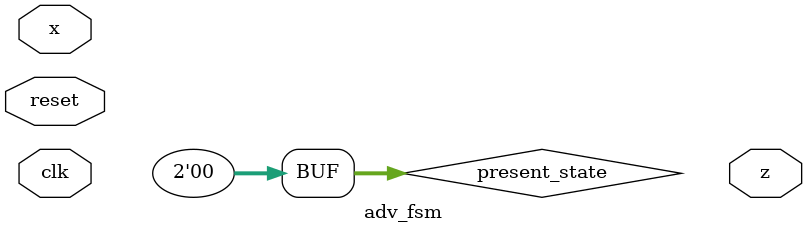
<source format=v>
module adv_fsm(
input clk,
input reset,
input x,
output z ); 
reg [1:0] present_state, next_state;
parameter IDLE=0, S1=1, S10=2, S101=3;
// output signal z is asserted to 1 when present_state is S101 
// present_state is reset to IDLE when rset is high
// otherwise it is assigned next state
// if present_state is IDLE, next_state is assigned S1 if x is 1, otherwise next_state stays at IDLE
// if present_state is S1, next_state is assigned S10 if x is 0, otherwise next_state stays at IDLE 
// if present_state is S10, next_state is assigned S101 if x is 1, otherwise next_state stays at IDLE 
// if present_state is S101, next_state is assigned IDLE


always @(*)
begin
 case(present_state)
 IDLE: if(x)
 present_state <= S1;
 IDLE: if(~x)
 present_state <= IDLE;
 S1: if(x)
 present_state <= S10;
 S1: if(~x)
 present_state <= IDLE;
 S10: if(x)
 present_state <= S101;
 S10: if(~x)
 present_state <= IDLE;
 S101: if(x)
 present_state <= IDLE;
 S101: if(~x)
 present_state <= S101;
 default : present_state <= IDLE;
 endcase
end

always @(posedge clk )
begin
 if(reset)
 present_state <= IDLE;
 else
 present_state <= next_state;
end
endmodule

</source>
